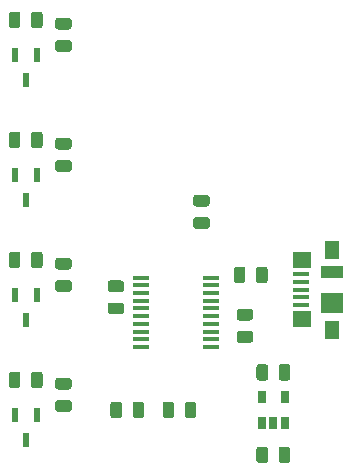
<source format=gbr>
G04 #@! TF.GenerationSoftware,KiCad,Pcbnew,(5.1.5)-3*
G04 #@! TF.CreationDate,2020-01-15T00:30:51-05:00*
G04 #@! TF.ProjectId,STM32 Klipper Expander,53544d33-3220-44b6-9c69-707065722045,rev?*
G04 #@! TF.SameCoordinates,Original*
G04 #@! TF.FileFunction,Paste,Top*
G04 #@! TF.FilePolarity,Positive*
%FSLAX46Y46*%
G04 Gerber Fmt 4.6, Leading zero omitted, Abs format (unit mm)*
G04 Created by KiCad (PCBNEW (5.1.5)-3) date 2020-01-15 00:30:51*
%MOMM*%
%LPD*%
G04 APERTURE LIST*
%ADD10C,0.100000*%
%ADD11R,0.600000X1.300000*%
%ADD12R,0.650000X1.060000*%
%ADD13R,1.450000X0.450000*%
%ADD14R,1.900000X1.000000*%
%ADD15R,1.900000X1.800000*%
%ADD16R,1.300000X1.650000*%
%ADD17R,1.550000X1.425000*%
%ADD18R,1.380000X0.450000*%
G04 APERTURE END LIST*
D10*
G36*
X120165142Y-80796174D02*
G01*
X120188803Y-80799684D01*
X120212007Y-80805496D01*
X120234529Y-80813554D01*
X120256153Y-80823782D01*
X120276670Y-80836079D01*
X120295883Y-80850329D01*
X120313607Y-80866393D01*
X120329671Y-80884117D01*
X120343921Y-80903330D01*
X120356218Y-80923847D01*
X120366446Y-80945471D01*
X120374504Y-80967993D01*
X120380316Y-80991197D01*
X120383826Y-81014858D01*
X120385000Y-81038750D01*
X120385000Y-81526250D01*
X120383826Y-81550142D01*
X120380316Y-81573803D01*
X120374504Y-81597007D01*
X120366446Y-81619529D01*
X120356218Y-81641153D01*
X120343921Y-81661670D01*
X120329671Y-81680883D01*
X120313607Y-81698607D01*
X120295883Y-81714671D01*
X120276670Y-81728921D01*
X120256153Y-81741218D01*
X120234529Y-81751446D01*
X120212007Y-81759504D01*
X120188803Y-81765316D01*
X120165142Y-81768826D01*
X120141250Y-81770000D01*
X119228750Y-81770000D01*
X119204858Y-81768826D01*
X119181197Y-81765316D01*
X119157993Y-81759504D01*
X119135471Y-81751446D01*
X119113847Y-81741218D01*
X119093330Y-81728921D01*
X119074117Y-81714671D01*
X119056393Y-81698607D01*
X119040329Y-81680883D01*
X119026079Y-81661670D01*
X119013782Y-81641153D01*
X119003554Y-81619529D01*
X118995496Y-81597007D01*
X118989684Y-81573803D01*
X118986174Y-81550142D01*
X118985000Y-81526250D01*
X118985000Y-81038750D01*
X118986174Y-81014858D01*
X118989684Y-80991197D01*
X118995496Y-80967993D01*
X119003554Y-80945471D01*
X119013782Y-80923847D01*
X119026079Y-80903330D01*
X119040329Y-80884117D01*
X119056393Y-80866393D01*
X119074117Y-80850329D01*
X119093330Y-80836079D01*
X119113847Y-80823782D01*
X119135471Y-80813554D01*
X119157993Y-80805496D01*
X119181197Y-80799684D01*
X119204858Y-80796174D01*
X119228750Y-80795000D01*
X120141250Y-80795000D01*
X120165142Y-80796174D01*
G37*
G36*
X120165142Y-82671174D02*
G01*
X120188803Y-82674684D01*
X120212007Y-82680496D01*
X120234529Y-82688554D01*
X120256153Y-82698782D01*
X120276670Y-82711079D01*
X120295883Y-82725329D01*
X120313607Y-82741393D01*
X120329671Y-82759117D01*
X120343921Y-82778330D01*
X120356218Y-82798847D01*
X120366446Y-82820471D01*
X120374504Y-82842993D01*
X120380316Y-82866197D01*
X120383826Y-82889858D01*
X120385000Y-82913750D01*
X120385000Y-83401250D01*
X120383826Y-83425142D01*
X120380316Y-83448803D01*
X120374504Y-83472007D01*
X120366446Y-83494529D01*
X120356218Y-83516153D01*
X120343921Y-83536670D01*
X120329671Y-83555883D01*
X120313607Y-83573607D01*
X120295883Y-83589671D01*
X120276670Y-83603921D01*
X120256153Y-83616218D01*
X120234529Y-83626446D01*
X120212007Y-83634504D01*
X120188803Y-83640316D01*
X120165142Y-83643826D01*
X120141250Y-83645000D01*
X119228750Y-83645000D01*
X119204858Y-83643826D01*
X119181197Y-83640316D01*
X119157993Y-83634504D01*
X119135471Y-83626446D01*
X119113847Y-83616218D01*
X119093330Y-83603921D01*
X119074117Y-83589671D01*
X119056393Y-83573607D01*
X119040329Y-83555883D01*
X119026079Y-83536670D01*
X119013782Y-83516153D01*
X119003554Y-83494529D01*
X118995496Y-83472007D01*
X118989684Y-83448803D01*
X118986174Y-83425142D01*
X118985000Y-83401250D01*
X118985000Y-82913750D01*
X118986174Y-82889858D01*
X118989684Y-82866197D01*
X118995496Y-82842993D01*
X119003554Y-82820471D01*
X119013782Y-82798847D01*
X119026079Y-82778330D01*
X119040329Y-82759117D01*
X119056393Y-82741393D01*
X119074117Y-82725329D01*
X119093330Y-82711079D01*
X119113847Y-82698782D01*
X119135471Y-82688554D01*
X119157993Y-82680496D01*
X119181197Y-82674684D01*
X119204858Y-82671174D01*
X119228750Y-82670000D01*
X120141250Y-82670000D01*
X120165142Y-82671174D01*
G37*
G36*
X120165142Y-90956174D02*
G01*
X120188803Y-90959684D01*
X120212007Y-90965496D01*
X120234529Y-90973554D01*
X120256153Y-90983782D01*
X120276670Y-90996079D01*
X120295883Y-91010329D01*
X120313607Y-91026393D01*
X120329671Y-91044117D01*
X120343921Y-91063330D01*
X120356218Y-91083847D01*
X120366446Y-91105471D01*
X120374504Y-91127993D01*
X120380316Y-91151197D01*
X120383826Y-91174858D01*
X120385000Y-91198750D01*
X120385000Y-91686250D01*
X120383826Y-91710142D01*
X120380316Y-91733803D01*
X120374504Y-91757007D01*
X120366446Y-91779529D01*
X120356218Y-91801153D01*
X120343921Y-91821670D01*
X120329671Y-91840883D01*
X120313607Y-91858607D01*
X120295883Y-91874671D01*
X120276670Y-91888921D01*
X120256153Y-91901218D01*
X120234529Y-91911446D01*
X120212007Y-91919504D01*
X120188803Y-91925316D01*
X120165142Y-91928826D01*
X120141250Y-91930000D01*
X119228750Y-91930000D01*
X119204858Y-91928826D01*
X119181197Y-91925316D01*
X119157993Y-91919504D01*
X119135471Y-91911446D01*
X119113847Y-91901218D01*
X119093330Y-91888921D01*
X119074117Y-91874671D01*
X119056393Y-91858607D01*
X119040329Y-91840883D01*
X119026079Y-91821670D01*
X119013782Y-91801153D01*
X119003554Y-91779529D01*
X118995496Y-91757007D01*
X118989684Y-91733803D01*
X118986174Y-91710142D01*
X118985000Y-91686250D01*
X118985000Y-91198750D01*
X118986174Y-91174858D01*
X118989684Y-91151197D01*
X118995496Y-91127993D01*
X119003554Y-91105471D01*
X119013782Y-91083847D01*
X119026079Y-91063330D01*
X119040329Y-91044117D01*
X119056393Y-91026393D01*
X119074117Y-91010329D01*
X119093330Y-90996079D01*
X119113847Y-90983782D01*
X119135471Y-90973554D01*
X119157993Y-90965496D01*
X119181197Y-90959684D01*
X119204858Y-90956174D01*
X119228750Y-90955000D01*
X120141250Y-90955000D01*
X120165142Y-90956174D01*
G37*
G36*
X120165142Y-92831174D02*
G01*
X120188803Y-92834684D01*
X120212007Y-92840496D01*
X120234529Y-92848554D01*
X120256153Y-92858782D01*
X120276670Y-92871079D01*
X120295883Y-92885329D01*
X120313607Y-92901393D01*
X120329671Y-92919117D01*
X120343921Y-92938330D01*
X120356218Y-92958847D01*
X120366446Y-92980471D01*
X120374504Y-93002993D01*
X120380316Y-93026197D01*
X120383826Y-93049858D01*
X120385000Y-93073750D01*
X120385000Y-93561250D01*
X120383826Y-93585142D01*
X120380316Y-93608803D01*
X120374504Y-93632007D01*
X120366446Y-93654529D01*
X120356218Y-93676153D01*
X120343921Y-93696670D01*
X120329671Y-93715883D01*
X120313607Y-93733607D01*
X120295883Y-93749671D01*
X120276670Y-93763921D01*
X120256153Y-93776218D01*
X120234529Y-93786446D01*
X120212007Y-93794504D01*
X120188803Y-93800316D01*
X120165142Y-93803826D01*
X120141250Y-93805000D01*
X119228750Y-93805000D01*
X119204858Y-93803826D01*
X119181197Y-93800316D01*
X119157993Y-93794504D01*
X119135471Y-93786446D01*
X119113847Y-93776218D01*
X119093330Y-93763921D01*
X119074117Y-93749671D01*
X119056393Y-93733607D01*
X119040329Y-93715883D01*
X119026079Y-93696670D01*
X119013782Y-93676153D01*
X119003554Y-93654529D01*
X118995496Y-93632007D01*
X118989684Y-93608803D01*
X118986174Y-93585142D01*
X118985000Y-93561250D01*
X118985000Y-93073750D01*
X118986174Y-93049858D01*
X118989684Y-93026197D01*
X118995496Y-93002993D01*
X119003554Y-92980471D01*
X119013782Y-92958847D01*
X119026079Y-92938330D01*
X119040329Y-92919117D01*
X119056393Y-92901393D01*
X119074117Y-92885329D01*
X119093330Y-92871079D01*
X119113847Y-92858782D01*
X119135471Y-92848554D01*
X119157993Y-92840496D01*
X119181197Y-92834684D01*
X119204858Y-92831174D01*
X119228750Y-92830000D01*
X120141250Y-92830000D01*
X120165142Y-92831174D01*
G37*
G36*
X120165142Y-70636174D02*
G01*
X120188803Y-70639684D01*
X120212007Y-70645496D01*
X120234529Y-70653554D01*
X120256153Y-70663782D01*
X120276670Y-70676079D01*
X120295883Y-70690329D01*
X120313607Y-70706393D01*
X120329671Y-70724117D01*
X120343921Y-70743330D01*
X120356218Y-70763847D01*
X120366446Y-70785471D01*
X120374504Y-70807993D01*
X120380316Y-70831197D01*
X120383826Y-70854858D01*
X120385000Y-70878750D01*
X120385000Y-71366250D01*
X120383826Y-71390142D01*
X120380316Y-71413803D01*
X120374504Y-71437007D01*
X120366446Y-71459529D01*
X120356218Y-71481153D01*
X120343921Y-71501670D01*
X120329671Y-71520883D01*
X120313607Y-71538607D01*
X120295883Y-71554671D01*
X120276670Y-71568921D01*
X120256153Y-71581218D01*
X120234529Y-71591446D01*
X120212007Y-71599504D01*
X120188803Y-71605316D01*
X120165142Y-71608826D01*
X120141250Y-71610000D01*
X119228750Y-71610000D01*
X119204858Y-71608826D01*
X119181197Y-71605316D01*
X119157993Y-71599504D01*
X119135471Y-71591446D01*
X119113847Y-71581218D01*
X119093330Y-71568921D01*
X119074117Y-71554671D01*
X119056393Y-71538607D01*
X119040329Y-71520883D01*
X119026079Y-71501670D01*
X119013782Y-71481153D01*
X119003554Y-71459529D01*
X118995496Y-71437007D01*
X118989684Y-71413803D01*
X118986174Y-71390142D01*
X118985000Y-71366250D01*
X118985000Y-70878750D01*
X118986174Y-70854858D01*
X118989684Y-70831197D01*
X118995496Y-70807993D01*
X119003554Y-70785471D01*
X119013782Y-70763847D01*
X119026079Y-70743330D01*
X119040329Y-70724117D01*
X119056393Y-70706393D01*
X119074117Y-70690329D01*
X119093330Y-70676079D01*
X119113847Y-70663782D01*
X119135471Y-70653554D01*
X119157993Y-70645496D01*
X119181197Y-70639684D01*
X119204858Y-70636174D01*
X119228750Y-70635000D01*
X120141250Y-70635000D01*
X120165142Y-70636174D01*
G37*
G36*
X120165142Y-72511174D02*
G01*
X120188803Y-72514684D01*
X120212007Y-72520496D01*
X120234529Y-72528554D01*
X120256153Y-72538782D01*
X120276670Y-72551079D01*
X120295883Y-72565329D01*
X120313607Y-72581393D01*
X120329671Y-72599117D01*
X120343921Y-72618330D01*
X120356218Y-72638847D01*
X120366446Y-72660471D01*
X120374504Y-72682993D01*
X120380316Y-72706197D01*
X120383826Y-72729858D01*
X120385000Y-72753750D01*
X120385000Y-73241250D01*
X120383826Y-73265142D01*
X120380316Y-73288803D01*
X120374504Y-73312007D01*
X120366446Y-73334529D01*
X120356218Y-73356153D01*
X120343921Y-73376670D01*
X120329671Y-73395883D01*
X120313607Y-73413607D01*
X120295883Y-73429671D01*
X120276670Y-73443921D01*
X120256153Y-73456218D01*
X120234529Y-73466446D01*
X120212007Y-73474504D01*
X120188803Y-73480316D01*
X120165142Y-73483826D01*
X120141250Y-73485000D01*
X119228750Y-73485000D01*
X119204858Y-73483826D01*
X119181197Y-73480316D01*
X119157993Y-73474504D01*
X119135471Y-73466446D01*
X119113847Y-73456218D01*
X119093330Y-73443921D01*
X119074117Y-73429671D01*
X119056393Y-73413607D01*
X119040329Y-73395883D01*
X119026079Y-73376670D01*
X119013782Y-73356153D01*
X119003554Y-73334529D01*
X118995496Y-73312007D01*
X118989684Y-73288803D01*
X118986174Y-73265142D01*
X118985000Y-73241250D01*
X118985000Y-72753750D01*
X118986174Y-72729858D01*
X118989684Y-72706197D01*
X118995496Y-72682993D01*
X119003554Y-72660471D01*
X119013782Y-72638847D01*
X119026079Y-72618330D01*
X119040329Y-72599117D01*
X119056393Y-72581393D01*
X119074117Y-72565329D01*
X119093330Y-72551079D01*
X119113847Y-72538782D01*
X119135471Y-72528554D01*
X119157993Y-72520496D01*
X119181197Y-72514684D01*
X119204858Y-72511174D01*
X119228750Y-72510000D01*
X120141250Y-72510000D01*
X120165142Y-72511174D01*
G37*
G36*
X120165142Y-62351174D02*
G01*
X120188803Y-62354684D01*
X120212007Y-62360496D01*
X120234529Y-62368554D01*
X120256153Y-62378782D01*
X120276670Y-62391079D01*
X120295883Y-62405329D01*
X120313607Y-62421393D01*
X120329671Y-62439117D01*
X120343921Y-62458330D01*
X120356218Y-62478847D01*
X120366446Y-62500471D01*
X120374504Y-62522993D01*
X120380316Y-62546197D01*
X120383826Y-62569858D01*
X120385000Y-62593750D01*
X120385000Y-63081250D01*
X120383826Y-63105142D01*
X120380316Y-63128803D01*
X120374504Y-63152007D01*
X120366446Y-63174529D01*
X120356218Y-63196153D01*
X120343921Y-63216670D01*
X120329671Y-63235883D01*
X120313607Y-63253607D01*
X120295883Y-63269671D01*
X120276670Y-63283921D01*
X120256153Y-63296218D01*
X120234529Y-63306446D01*
X120212007Y-63314504D01*
X120188803Y-63320316D01*
X120165142Y-63323826D01*
X120141250Y-63325000D01*
X119228750Y-63325000D01*
X119204858Y-63323826D01*
X119181197Y-63320316D01*
X119157993Y-63314504D01*
X119135471Y-63306446D01*
X119113847Y-63296218D01*
X119093330Y-63283921D01*
X119074117Y-63269671D01*
X119056393Y-63253607D01*
X119040329Y-63235883D01*
X119026079Y-63216670D01*
X119013782Y-63196153D01*
X119003554Y-63174529D01*
X118995496Y-63152007D01*
X118989684Y-63128803D01*
X118986174Y-63105142D01*
X118985000Y-63081250D01*
X118985000Y-62593750D01*
X118986174Y-62569858D01*
X118989684Y-62546197D01*
X118995496Y-62522993D01*
X119003554Y-62500471D01*
X119013782Y-62478847D01*
X119026079Y-62458330D01*
X119040329Y-62439117D01*
X119056393Y-62421393D01*
X119074117Y-62405329D01*
X119093330Y-62391079D01*
X119113847Y-62378782D01*
X119135471Y-62368554D01*
X119157993Y-62360496D01*
X119181197Y-62354684D01*
X119204858Y-62351174D01*
X119228750Y-62350000D01*
X120141250Y-62350000D01*
X120165142Y-62351174D01*
G37*
G36*
X120165142Y-60476174D02*
G01*
X120188803Y-60479684D01*
X120212007Y-60485496D01*
X120234529Y-60493554D01*
X120256153Y-60503782D01*
X120276670Y-60516079D01*
X120295883Y-60530329D01*
X120313607Y-60546393D01*
X120329671Y-60564117D01*
X120343921Y-60583330D01*
X120356218Y-60603847D01*
X120366446Y-60625471D01*
X120374504Y-60647993D01*
X120380316Y-60671197D01*
X120383826Y-60694858D01*
X120385000Y-60718750D01*
X120385000Y-61206250D01*
X120383826Y-61230142D01*
X120380316Y-61253803D01*
X120374504Y-61277007D01*
X120366446Y-61299529D01*
X120356218Y-61321153D01*
X120343921Y-61341670D01*
X120329671Y-61360883D01*
X120313607Y-61378607D01*
X120295883Y-61394671D01*
X120276670Y-61408921D01*
X120256153Y-61421218D01*
X120234529Y-61431446D01*
X120212007Y-61439504D01*
X120188803Y-61445316D01*
X120165142Y-61448826D01*
X120141250Y-61450000D01*
X119228750Y-61450000D01*
X119204858Y-61448826D01*
X119181197Y-61445316D01*
X119157993Y-61439504D01*
X119135471Y-61431446D01*
X119113847Y-61421218D01*
X119093330Y-61408921D01*
X119074117Y-61394671D01*
X119056393Y-61378607D01*
X119040329Y-61360883D01*
X119026079Y-61341670D01*
X119013782Y-61321153D01*
X119003554Y-61299529D01*
X118995496Y-61277007D01*
X118989684Y-61253803D01*
X118986174Y-61230142D01*
X118985000Y-61206250D01*
X118985000Y-60718750D01*
X118986174Y-60694858D01*
X118989684Y-60671197D01*
X118995496Y-60647993D01*
X119003554Y-60625471D01*
X119013782Y-60603847D01*
X119026079Y-60583330D01*
X119040329Y-60564117D01*
X119056393Y-60546393D01*
X119074117Y-60530329D01*
X119093330Y-60516079D01*
X119113847Y-60503782D01*
X119135471Y-60493554D01*
X119157993Y-60485496D01*
X119181197Y-60479684D01*
X119204858Y-60476174D01*
X119228750Y-60475000D01*
X120141250Y-60475000D01*
X120165142Y-60476174D01*
G37*
G36*
X130717642Y-92951174D02*
G01*
X130741303Y-92954684D01*
X130764507Y-92960496D01*
X130787029Y-92968554D01*
X130808653Y-92978782D01*
X130829170Y-92991079D01*
X130848383Y-93005329D01*
X130866107Y-93021393D01*
X130882171Y-93039117D01*
X130896421Y-93058330D01*
X130908718Y-93078847D01*
X130918946Y-93100471D01*
X130927004Y-93122993D01*
X130932816Y-93146197D01*
X130936326Y-93169858D01*
X130937500Y-93193750D01*
X130937500Y-94106250D01*
X130936326Y-94130142D01*
X130932816Y-94153803D01*
X130927004Y-94177007D01*
X130918946Y-94199529D01*
X130908718Y-94221153D01*
X130896421Y-94241670D01*
X130882171Y-94260883D01*
X130866107Y-94278607D01*
X130848383Y-94294671D01*
X130829170Y-94308921D01*
X130808653Y-94321218D01*
X130787029Y-94331446D01*
X130764507Y-94339504D01*
X130741303Y-94345316D01*
X130717642Y-94348826D01*
X130693750Y-94350000D01*
X130206250Y-94350000D01*
X130182358Y-94348826D01*
X130158697Y-94345316D01*
X130135493Y-94339504D01*
X130112971Y-94331446D01*
X130091347Y-94321218D01*
X130070830Y-94308921D01*
X130051617Y-94294671D01*
X130033893Y-94278607D01*
X130017829Y-94260883D01*
X130003579Y-94241670D01*
X129991282Y-94221153D01*
X129981054Y-94199529D01*
X129972996Y-94177007D01*
X129967184Y-94153803D01*
X129963674Y-94130142D01*
X129962500Y-94106250D01*
X129962500Y-93193750D01*
X129963674Y-93169858D01*
X129967184Y-93146197D01*
X129972996Y-93122993D01*
X129981054Y-93100471D01*
X129991282Y-93078847D01*
X130003579Y-93058330D01*
X130017829Y-93039117D01*
X130033893Y-93021393D01*
X130051617Y-93005329D01*
X130070830Y-92991079D01*
X130091347Y-92978782D01*
X130112971Y-92968554D01*
X130135493Y-92960496D01*
X130158697Y-92954684D01*
X130182358Y-92951174D01*
X130206250Y-92950000D01*
X130693750Y-92950000D01*
X130717642Y-92951174D01*
G37*
G36*
X128842642Y-92951174D02*
G01*
X128866303Y-92954684D01*
X128889507Y-92960496D01*
X128912029Y-92968554D01*
X128933653Y-92978782D01*
X128954170Y-92991079D01*
X128973383Y-93005329D01*
X128991107Y-93021393D01*
X129007171Y-93039117D01*
X129021421Y-93058330D01*
X129033718Y-93078847D01*
X129043946Y-93100471D01*
X129052004Y-93122993D01*
X129057816Y-93146197D01*
X129061326Y-93169858D01*
X129062500Y-93193750D01*
X129062500Y-94106250D01*
X129061326Y-94130142D01*
X129057816Y-94153803D01*
X129052004Y-94177007D01*
X129043946Y-94199529D01*
X129033718Y-94221153D01*
X129021421Y-94241670D01*
X129007171Y-94260883D01*
X128991107Y-94278607D01*
X128973383Y-94294671D01*
X128954170Y-94308921D01*
X128933653Y-94321218D01*
X128912029Y-94331446D01*
X128889507Y-94339504D01*
X128866303Y-94345316D01*
X128842642Y-94348826D01*
X128818750Y-94350000D01*
X128331250Y-94350000D01*
X128307358Y-94348826D01*
X128283697Y-94345316D01*
X128260493Y-94339504D01*
X128237971Y-94331446D01*
X128216347Y-94321218D01*
X128195830Y-94308921D01*
X128176617Y-94294671D01*
X128158893Y-94278607D01*
X128142829Y-94260883D01*
X128128579Y-94241670D01*
X128116282Y-94221153D01*
X128106054Y-94199529D01*
X128097996Y-94177007D01*
X128092184Y-94153803D01*
X128088674Y-94130142D01*
X128087500Y-94106250D01*
X128087500Y-93193750D01*
X128088674Y-93169858D01*
X128092184Y-93146197D01*
X128097996Y-93122993D01*
X128106054Y-93100471D01*
X128116282Y-93078847D01*
X128128579Y-93058330D01*
X128142829Y-93039117D01*
X128158893Y-93021393D01*
X128176617Y-93005329D01*
X128195830Y-92991079D01*
X128216347Y-92978782D01*
X128237971Y-92968554D01*
X128260493Y-92960496D01*
X128283697Y-92954684D01*
X128307358Y-92951174D01*
X128331250Y-92950000D01*
X128818750Y-92950000D01*
X128842642Y-92951174D01*
G37*
G36*
X124427642Y-92951174D02*
G01*
X124451303Y-92954684D01*
X124474507Y-92960496D01*
X124497029Y-92968554D01*
X124518653Y-92978782D01*
X124539170Y-92991079D01*
X124558383Y-93005329D01*
X124576107Y-93021393D01*
X124592171Y-93039117D01*
X124606421Y-93058330D01*
X124618718Y-93078847D01*
X124628946Y-93100471D01*
X124637004Y-93122993D01*
X124642816Y-93146197D01*
X124646326Y-93169858D01*
X124647500Y-93193750D01*
X124647500Y-94106250D01*
X124646326Y-94130142D01*
X124642816Y-94153803D01*
X124637004Y-94177007D01*
X124628946Y-94199529D01*
X124618718Y-94221153D01*
X124606421Y-94241670D01*
X124592171Y-94260883D01*
X124576107Y-94278607D01*
X124558383Y-94294671D01*
X124539170Y-94308921D01*
X124518653Y-94321218D01*
X124497029Y-94331446D01*
X124474507Y-94339504D01*
X124451303Y-94345316D01*
X124427642Y-94348826D01*
X124403750Y-94350000D01*
X123916250Y-94350000D01*
X123892358Y-94348826D01*
X123868697Y-94345316D01*
X123845493Y-94339504D01*
X123822971Y-94331446D01*
X123801347Y-94321218D01*
X123780830Y-94308921D01*
X123761617Y-94294671D01*
X123743893Y-94278607D01*
X123727829Y-94260883D01*
X123713579Y-94241670D01*
X123701282Y-94221153D01*
X123691054Y-94199529D01*
X123682996Y-94177007D01*
X123677184Y-94153803D01*
X123673674Y-94130142D01*
X123672500Y-94106250D01*
X123672500Y-93193750D01*
X123673674Y-93169858D01*
X123677184Y-93146197D01*
X123682996Y-93122993D01*
X123691054Y-93100471D01*
X123701282Y-93078847D01*
X123713579Y-93058330D01*
X123727829Y-93039117D01*
X123743893Y-93021393D01*
X123761617Y-93005329D01*
X123780830Y-92991079D01*
X123801347Y-92978782D01*
X123822971Y-92968554D01*
X123845493Y-92960496D01*
X123868697Y-92954684D01*
X123892358Y-92951174D01*
X123916250Y-92950000D01*
X124403750Y-92950000D01*
X124427642Y-92951174D01*
G37*
G36*
X126302642Y-92951174D02*
G01*
X126326303Y-92954684D01*
X126349507Y-92960496D01*
X126372029Y-92968554D01*
X126393653Y-92978782D01*
X126414170Y-92991079D01*
X126433383Y-93005329D01*
X126451107Y-93021393D01*
X126467171Y-93039117D01*
X126481421Y-93058330D01*
X126493718Y-93078847D01*
X126503946Y-93100471D01*
X126512004Y-93122993D01*
X126517816Y-93146197D01*
X126521326Y-93169858D01*
X126522500Y-93193750D01*
X126522500Y-94106250D01*
X126521326Y-94130142D01*
X126517816Y-94153803D01*
X126512004Y-94177007D01*
X126503946Y-94199529D01*
X126493718Y-94221153D01*
X126481421Y-94241670D01*
X126467171Y-94260883D01*
X126451107Y-94278607D01*
X126433383Y-94294671D01*
X126414170Y-94308921D01*
X126393653Y-94321218D01*
X126372029Y-94331446D01*
X126349507Y-94339504D01*
X126326303Y-94345316D01*
X126302642Y-94348826D01*
X126278750Y-94350000D01*
X125791250Y-94350000D01*
X125767358Y-94348826D01*
X125743697Y-94345316D01*
X125720493Y-94339504D01*
X125697971Y-94331446D01*
X125676347Y-94321218D01*
X125655830Y-94308921D01*
X125636617Y-94294671D01*
X125618893Y-94278607D01*
X125602829Y-94260883D01*
X125588579Y-94241670D01*
X125576282Y-94221153D01*
X125566054Y-94199529D01*
X125557996Y-94177007D01*
X125552184Y-94153803D01*
X125548674Y-94130142D01*
X125547500Y-94106250D01*
X125547500Y-93193750D01*
X125548674Y-93169858D01*
X125552184Y-93146197D01*
X125557996Y-93122993D01*
X125566054Y-93100471D01*
X125576282Y-93078847D01*
X125588579Y-93058330D01*
X125602829Y-93039117D01*
X125618893Y-93021393D01*
X125636617Y-93005329D01*
X125655830Y-92991079D01*
X125676347Y-92978782D01*
X125697971Y-92968554D01*
X125720493Y-92960496D01*
X125743697Y-92954684D01*
X125767358Y-92951174D01*
X125791250Y-92950000D01*
X126278750Y-92950000D01*
X126302642Y-92951174D01*
G37*
G36*
X115840142Y-90411174D02*
G01*
X115863803Y-90414684D01*
X115887007Y-90420496D01*
X115909529Y-90428554D01*
X115931153Y-90438782D01*
X115951670Y-90451079D01*
X115970883Y-90465329D01*
X115988607Y-90481393D01*
X116004671Y-90499117D01*
X116018921Y-90518330D01*
X116031218Y-90538847D01*
X116041446Y-90560471D01*
X116049504Y-90582993D01*
X116055316Y-90606197D01*
X116058826Y-90629858D01*
X116060000Y-90653750D01*
X116060000Y-91566250D01*
X116058826Y-91590142D01*
X116055316Y-91613803D01*
X116049504Y-91637007D01*
X116041446Y-91659529D01*
X116031218Y-91681153D01*
X116018921Y-91701670D01*
X116004671Y-91720883D01*
X115988607Y-91738607D01*
X115970883Y-91754671D01*
X115951670Y-91768921D01*
X115931153Y-91781218D01*
X115909529Y-91791446D01*
X115887007Y-91799504D01*
X115863803Y-91805316D01*
X115840142Y-91808826D01*
X115816250Y-91810000D01*
X115328750Y-91810000D01*
X115304858Y-91808826D01*
X115281197Y-91805316D01*
X115257993Y-91799504D01*
X115235471Y-91791446D01*
X115213847Y-91781218D01*
X115193330Y-91768921D01*
X115174117Y-91754671D01*
X115156393Y-91738607D01*
X115140329Y-91720883D01*
X115126079Y-91701670D01*
X115113782Y-91681153D01*
X115103554Y-91659529D01*
X115095496Y-91637007D01*
X115089684Y-91613803D01*
X115086174Y-91590142D01*
X115085000Y-91566250D01*
X115085000Y-90653750D01*
X115086174Y-90629858D01*
X115089684Y-90606197D01*
X115095496Y-90582993D01*
X115103554Y-90560471D01*
X115113782Y-90538847D01*
X115126079Y-90518330D01*
X115140329Y-90499117D01*
X115156393Y-90481393D01*
X115174117Y-90465329D01*
X115193330Y-90451079D01*
X115213847Y-90438782D01*
X115235471Y-90428554D01*
X115257993Y-90420496D01*
X115281197Y-90414684D01*
X115304858Y-90411174D01*
X115328750Y-90410000D01*
X115816250Y-90410000D01*
X115840142Y-90411174D01*
G37*
G36*
X117715142Y-90411174D02*
G01*
X117738803Y-90414684D01*
X117762007Y-90420496D01*
X117784529Y-90428554D01*
X117806153Y-90438782D01*
X117826670Y-90451079D01*
X117845883Y-90465329D01*
X117863607Y-90481393D01*
X117879671Y-90499117D01*
X117893921Y-90518330D01*
X117906218Y-90538847D01*
X117916446Y-90560471D01*
X117924504Y-90582993D01*
X117930316Y-90606197D01*
X117933826Y-90629858D01*
X117935000Y-90653750D01*
X117935000Y-91566250D01*
X117933826Y-91590142D01*
X117930316Y-91613803D01*
X117924504Y-91637007D01*
X117916446Y-91659529D01*
X117906218Y-91681153D01*
X117893921Y-91701670D01*
X117879671Y-91720883D01*
X117863607Y-91738607D01*
X117845883Y-91754671D01*
X117826670Y-91768921D01*
X117806153Y-91781218D01*
X117784529Y-91791446D01*
X117762007Y-91799504D01*
X117738803Y-91805316D01*
X117715142Y-91808826D01*
X117691250Y-91810000D01*
X117203750Y-91810000D01*
X117179858Y-91808826D01*
X117156197Y-91805316D01*
X117132993Y-91799504D01*
X117110471Y-91791446D01*
X117088847Y-91781218D01*
X117068330Y-91768921D01*
X117049117Y-91754671D01*
X117031393Y-91738607D01*
X117015329Y-91720883D01*
X117001079Y-91701670D01*
X116988782Y-91681153D01*
X116978554Y-91659529D01*
X116970496Y-91637007D01*
X116964684Y-91613803D01*
X116961174Y-91590142D01*
X116960000Y-91566250D01*
X116960000Y-90653750D01*
X116961174Y-90629858D01*
X116964684Y-90606197D01*
X116970496Y-90582993D01*
X116978554Y-90560471D01*
X116988782Y-90538847D01*
X117001079Y-90518330D01*
X117015329Y-90499117D01*
X117031393Y-90481393D01*
X117049117Y-90465329D01*
X117068330Y-90451079D01*
X117088847Y-90438782D01*
X117110471Y-90428554D01*
X117132993Y-90420496D01*
X117156197Y-90414684D01*
X117179858Y-90411174D01*
X117203750Y-90410000D01*
X117691250Y-90410000D01*
X117715142Y-90411174D01*
G37*
D11*
X116510000Y-96190000D03*
X115560000Y-94090000D03*
X117460000Y-94090000D03*
D10*
G36*
X115840142Y-80251174D02*
G01*
X115863803Y-80254684D01*
X115887007Y-80260496D01*
X115909529Y-80268554D01*
X115931153Y-80278782D01*
X115951670Y-80291079D01*
X115970883Y-80305329D01*
X115988607Y-80321393D01*
X116004671Y-80339117D01*
X116018921Y-80358330D01*
X116031218Y-80378847D01*
X116041446Y-80400471D01*
X116049504Y-80422993D01*
X116055316Y-80446197D01*
X116058826Y-80469858D01*
X116060000Y-80493750D01*
X116060000Y-81406250D01*
X116058826Y-81430142D01*
X116055316Y-81453803D01*
X116049504Y-81477007D01*
X116041446Y-81499529D01*
X116031218Y-81521153D01*
X116018921Y-81541670D01*
X116004671Y-81560883D01*
X115988607Y-81578607D01*
X115970883Y-81594671D01*
X115951670Y-81608921D01*
X115931153Y-81621218D01*
X115909529Y-81631446D01*
X115887007Y-81639504D01*
X115863803Y-81645316D01*
X115840142Y-81648826D01*
X115816250Y-81650000D01*
X115328750Y-81650000D01*
X115304858Y-81648826D01*
X115281197Y-81645316D01*
X115257993Y-81639504D01*
X115235471Y-81631446D01*
X115213847Y-81621218D01*
X115193330Y-81608921D01*
X115174117Y-81594671D01*
X115156393Y-81578607D01*
X115140329Y-81560883D01*
X115126079Y-81541670D01*
X115113782Y-81521153D01*
X115103554Y-81499529D01*
X115095496Y-81477007D01*
X115089684Y-81453803D01*
X115086174Y-81430142D01*
X115085000Y-81406250D01*
X115085000Y-80493750D01*
X115086174Y-80469858D01*
X115089684Y-80446197D01*
X115095496Y-80422993D01*
X115103554Y-80400471D01*
X115113782Y-80378847D01*
X115126079Y-80358330D01*
X115140329Y-80339117D01*
X115156393Y-80321393D01*
X115174117Y-80305329D01*
X115193330Y-80291079D01*
X115213847Y-80278782D01*
X115235471Y-80268554D01*
X115257993Y-80260496D01*
X115281197Y-80254684D01*
X115304858Y-80251174D01*
X115328750Y-80250000D01*
X115816250Y-80250000D01*
X115840142Y-80251174D01*
G37*
G36*
X117715142Y-80251174D02*
G01*
X117738803Y-80254684D01*
X117762007Y-80260496D01*
X117784529Y-80268554D01*
X117806153Y-80278782D01*
X117826670Y-80291079D01*
X117845883Y-80305329D01*
X117863607Y-80321393D01*
X117879671Y-80339117D01*
X117893921Y-80358330D01*
X117906218Y-80378847D01*
X117916446Y-80400471D01*
X117924504Y-80422993D01*
X117930316Y-80446197D01*
X117933826Y-80469858D01*
X117935000Y-80493750D01*
X117935000Y-81406250D01*
X117933826Y-81430142D01*
X117930316Y-81453803D01*
X117924504Y-81477007D01*
X117916446Y-81499529D01*
X117906218Y-81521153D01*
X117893921Y-81541670D01*
X117879671Y-81560883D01*
X117863607Y-81578607D01*
X117845883Y-81594671D01*
X117826670Y-81608921D01*
X117806153Y-81621218D01*
X117784529Y-81631446D01*
X117762007Y-81639504D01*
X117738803Y-81645316D01*
X117715142Y-81648826D01*
X117691250Y-81650000D01*
X117203750Y-81650000D01*
X117179858Y-81648826D01*
X117156197Y-81645316D01*
X117132993Y-81639504D01*
X117110471Y-81631446D01*
X117088847Y-81621218D01*
X117068330Y-81608921D01*
X117049117Y-81594671D01*
X117031393Y-81578607D01*
X117015329Y-81560883D01*
X117001079Y-81541670D01*
X116988782Y-81521153D01*
X116978554Y-81499529D01*
X116970496Y-81477007D01*
X116964684Y-81453803D01*
X116961174Y-81430142D01*
X116960000Y-81406250D01*
X116960000Y-80493750D01*
X116961174Y-80469858D01*
X116964684Y-80446197D01*
X116970496Y-80422993D01*
X116978554Y-80400471D01*
X116988782Y-80378847D01*
X117001079Y-80358330D01*
X117015329Y-80339117D01*
X117031393Y-80321393D01*
X117049117Y-80305329D01*
X117068330Y-80291079D01*
X117088847Y-80278782D01*
X117110471Y-80268554D01*
X117132993Y-80260496D01*
X117156197Y-80254684D01*
X117179858Y-80251174D01*
X117203750Y-80250000D01*
X117691250Y-80250000D01*
X117715142Y-80251174D01*
G37*
D11*
X116510000Y-86030000D03*
X115560000Y-83930000D03*
X117460000Y-83930000D03*
D10*
G36*
X115840142Y-70091174D02*
G01*
X115863803Y-70094684D01*
X115887007Y-70100496D01*
X115909529Y-70108554D01*
X115931153Y-70118782D01*
X115951670Y-70131079D01*
X115970883Y-70145329D01*
X115988607Y-70161393D01*
X116004671Y-70179117D01*
X116018921Y-70198330D01*
X116031218Y-70218847D01*
X116041446Y-70240471D01*
X116049504Y-70262993D01*
X116055316Y-70286197D01*
X116058826Y-70309858D01*
X116060000Y-70333750D01*
X116060000Y-71246250D01*
X116058826Y-71270142D01*
X116055316Y-71293803D01*
X116049504Y-71317007D01*
X116041446Y-71339529D01*
X116031218Y-71361153D01*
X116018921Y-71381670D01*
X116004671Y-71400883D01*
X115988607Y-71418607D01*
X115970883Y-71434671D01*
X115951670Y-71448921D01*
X115931153Y-71461218D01*
X115909529Y-71471446D01*
X115887007Y-71479504D01*
X115863803Y-71485316D01*
X115840142Y-71488826D01*
X115816250Y-71490000D01*
X115328750Y-71490000D01*
X115304858Y-71488826D01*
X115281197Y-71485316D01*
X115257993Y-71479504D01*
X115235471Y-71471446D01*
X115213847Y-71461218D01*
X115193330Y-71448921D01*
X115174117Y-71434671D01*
X115156393Y-71418607D01*
X115140329Y-71400883D01*
X115126079Y-71381670D01*
X115113782Y-71361153D01*
X115103554Y-71339529D01*
X115095496Y-71317007D01*
X115089684Y-71293803D01*
X115086174Y-71270142D01*
X115085000Y-71246250D01*
X115085000Y-70333750D01*
X115086174Y-70309858D01*
X115089684Y-70286197D01*
X115095496Y-70262993D01*
X115103554Y-70240471D01*
X115113782Y-70218847D01*
X115126079Y-70198330D01*
X115140329Y-70179117D01*
X115156393Y-70161393D01*
X115174117Y-70145329D01*
X115193330Y-70131079D01*
X115213847Y-70118782D01*
X115235471Y-70108554D01*
X115257993Y-70100496D01*
X115281197Y-70094684D01*
X115304858Y-70091174D01*
X115328750Y-70090000D01*
X115816250Y-70090000D01*
X115840142Y-70091174D01*
G37*
G36*
X117715142Y-70091174D02*
G01*
X117738803Y-70094684D01*
X117762007Y-70100496D01*
X117784529Y-70108554D01*
X117806153Y-70118782D01*
X117826670Y-70131079D01*
X117845883Y-70145329D01*
X117863607Y-70161393D01*
X117879671Y-70179117D01*
X117893921Y-70198330D01*
X117906218Y-70218847D01*
X117916446Y-70240471D01*
X117924504Y-70262993D01*
X117930316Y-70286197D01*
X117933826Y-70309858D01*
X117935000Y-70333750D01*
X117935000Y-71246250D01*
X117933826Y-71270142D01*
X117930316Y-71293803D01*
X117924504Y-71317007D01*
X117916446Y-71339529D01*
X117906218Y-71361153D01*
X117893921Y-71381670D01*
X117879671Y-71400883D01*
X117863607Y-71418607D01*
X117845883Y-71434671D01*
X117826670Y-71448921D01*
X117806153Y-71461218D01*
X117784529Y-71471446D01*
X117762007Y-71479504D01*
X117738803Y-71485316D01*
X117715142Y-71488826D01*
X117691250Y-71490000D01*
X117203750Y-71490000D01*
X117179858Y-71488826D01*
X117156197Y-71485316D01*
X117132993Y-71479504D01*
X117110471Y-71471446D01*
X117088847Y-71461218D01*
X117068330Y-71448921D01*
X117049117Y-71434671D01*
X117031393Y-71418607D01*
X117015329Y-71400883D01*
X117001079Y-71381670D01*
X116988782Y-71361153D01*
X116978554Y-71339529D01*
X116970496Y-71317007D01*
X116964684Y-71293803D01*
X116961174Y-71270142D01*
X116960000Y-71246250D01*
X116960000Y-70333750D01*
X116961174Y-70309858D01*
X116964684Y-70286197D01*
X116970496Y-70262993D01*
X116978554Y-70240471D01*
X116988782Y-70218847D01*
X117001079Y-70198330D01*
X117015329Y-70179117D01*
X117031393Y-70161393D01*
X117049117Y-70145329D01*
X117068330Y-70131079D01*
X117088847Y-70118782D01*
X117110471Y-70108554D01*
X117132993Y-70100496D01*
X117156197Y-70094684D01*
X117179858Y-70091174D01*
X117203750Y-70090000D01*
X117691250Y-70090000D01*
X117715142Y-70091174D01*
G37*
D11*
X116510000Y-75870000D03*
X115560000Y-73770000D03*
X117460000Y-73770000D03*
D10*
G36*
X117715142Y-59931174D02*
G01*
X117738803Y-59934684D01*
X117762007Y-59940496D01*
X117784529Y-59948554D01*
X117806153Y-59958782D01*
X117826670Y-59971079D01*
X117845883Y-59985329D01*
X117863607Y-60001393D01*
X117879671Y-60019117D01*
X117893921Y-60038330D01*
X117906218Y-60058847D01*
X117916446Y-60080471D01*
X117924504Y-60102993D01*
X117930316Y-60126197D01*
X117933826Y-60149858D01*
X117935000Y-60173750D01*
X117935000Y-61086250D01*
X117933826Y-61110142D01*
X117930316Y-61133803D01*
X117924504Y-61157007D01*
X117916446Y-61179529D01*
X117906218Y-61201153D01*
X117893921Y-61221670D01*
X117879671Y-61240883D01*
X117863607Y-61258607D01*
X117845883Y-61274671D01*
X117826670Y-61288921D01*
X117806153Y-61301218D01*
X117784529Y-61311446D01*
X117762007Y-61319504D01*
X117738803Y-61325316D01*
X117715142Y-61328826D01*
X117691250Y-61330000D01*
X117203750Y-61330000D01*
X117179858Y-61328826D01*
X117156197Y-61325316D01*
X117132993Y-61319504D01*
X117110471Y-61311446D01*
X117088847Y-61301218D01*
X117068330Y-61288921D01*
X117049117Y-61274671D01*
X117031393Y-61258607D01*
X117015329Y-61240883D01*
X117001079Y-61221670D01*
X116988782Y-61201153D01*
X116978554Y-61179529D01*
X116970496Y-61157007D01*
X116964684Y-61133803D01*
X116961174Y-61110142D01*
X116960000Y-61086250D01*
X116960000Y-60173750D01*
X116961174Y-60149858D01*
X116964684Y-60126197D01*
X116970496Y-60102993D01*
X116978554Y-60080471D01*
X116988782Y-60058847D01*
X117001079Y-60038330D01*
X117015329Y-60019117D01*
X117031393Y-60001393D01*
X117049117Y-59985329D01*
X117068330Y-59971079D01*
X117088847Y-59958782D01*
X117110471Y-59948554D01*
X117132993Y-59940496D01*
X117156197Y-59934684D01*
X117179858Y-59931174D01*
X117203750Y-59930000D01*
X117691250Y-59930000D01*
X117715142Y-59931174D01*
G37*
G36*
X115840142Y-59931174D02*
G01*
X115863803Y-59934684D01*
X115887007Y-59940496D01*
X115909529Y-59948554D01*
X115931153Y-59958782D01*
X115951670Y-59971079D01*
X115970883Y-59985329D01*
X115988607Y-60001393D01*
X116004671Y-60019117D01*
X116018921Y-60038330D01*
X116031218Y-60058847D01*
X116041446Y-60080471D01*
X116049504Y-60102993D01*
X116055316Y-60126197D01*
X116058826Y-60149858D01*
X116060000Y-60173750D01*
X116060000Y-61086250D01*
X116058826Y-61110142D01*
X116055316Y-61133803D01*
X116049504Y-61157007D01*
X116041446Y-61179529D01*
X116031218Y-61201153D01*
X116018921Y-61221670D01*
X116004671Y-61240883D01*
X115988607Y-61258607D01*
X115970883Y-61274671D01*
X115951670Y-61288921D01*
X115931153Y-61301218D01*
X115909529Y-61311446D01*
X115887007Y-61319504D01*
X115863803Y-61325316D01*
X115840142Y-61328826D01*
X115816250Y-61330000D01*
X115328750Y-61330000D01*
X115304858Y-61328826D01*
X115281197Y-61325316D01*
X115257993Y-61319504D01*
X115235471Y-61311446D01*
X115213847Y-61301218D01*
X115193330Y-61288921D01*
X115174117Y-61274671D01*
X115156393Y-61258607D01*
X115140329Y-61240883D01*
X115126079Y-61221670D01*
X115113782Y-61201153D01*
X115103554Y-61179529D01*
X115095496Y-61157007D01*
X115089684Y-61133803D01*
X115086174Y-61110142D01*
X115085000Y-61086250D01*
X115085000Y-60173750D01*
X115086174Y-60149858D01*
X115089684Y-60126197D01*
X115095496Y-60102993D01*
X115103554Y-60080471D01*
X115113782Y-60058847D01*
X115126079Y-60038330D01*
X115140329Y-60019117D01*
X115156393Y-60001393D01*
X115174117Y-59985329D01*
X115193330Y-59971079D01*
X115213847Y-59958782D01*
X115235471Y-59948554D01*
X115257993Y-59940496D01*
X115281197Y-59934684D01*
X115304858Y-59931174D01*
X115328750Y-59930000D01*
X115816250Y-59930000D01*
X115840142Y-59931174D01*
G37*
D11*
X117460000Y-63610000D03*
X115560000Y-63610000D03*
X116510000Y-65710000D03*
D12*
X136515000Y-92550000D03*
X138415000Y-92550000D03*
X138415000Y-94750000D03*
X137465000Y-94750000D03*
X136515000Y-94750000D03*
D13*
X132160000Y-82470000D03*
X132160000Y-83120000D03*
X132160000Y-83770000D03*
X132160000Y-84420000D03*
X132160000Y-85070000D03*
X132160000Y-85720000D03*
X132160000Y-86370000D03*
X132160000Y-87020000D03*
X132160000Y-87670000D03*
X132160000Y-88320000D03*
X126260000Y-88320000D03*
X126260000Y-87670000D03*
X126260000Y-87020000D03*
X126260000Y-86370000D03*
X126260000Y-85720000D03*
X126260000Y-85070000D03*
X126260000Y-84420000D03*
X126260000Y-83770000D03*
X126260000Y-83120000D03*
X126260000Y-82470000D03*
D10*
G36*
X136765142Y-81521174D02*
G01*
X136788803Y-81524684D01*
X136812007Y-81530496D01*
X136834529Y-81538554D01*
X136856153Y-81548782D01*
X136876670Y-81561079D01*
X136895883Y-81575329D01*
X136913607Y-81591393D01*
X136929671Y-81609117D01*
X136943921Y-81628330D01*
X136956218Y-81648847D01*
X136966446Y-81670471D01*
X136974504Y-81692993D01*
X136980316Y-81716197D01*
X136983826Y-81739858D01*
X136985000Y-81763750D01*
X136985000Y-82676250D01*
X136983826Y-82700142D01*
X136980316Y-82723803D01*
X136974504Y-82747007D01*
X136966446Y-82769529D01*
X136956218Y-82791153D01*
X136943921Y-82811670D01*
X136929671Y-82830883D01*
X136913607Y-82848607D01*
X136895883Y-82864671D01*
X136876670Y-82878921D01*
X136856153Y-82891218D01*
X136834529Y-82901446D01*
X136812007Y-82909504D01*
X136788803Y-82915316D01*
X136765142Y-82918826D01*
X136741250Y-82920000D01*
X136253750Y-82920000D01*
X136229858Y-82918826D01*
X136206197Y-82915316D01*
X136182993Y-82909504D01*
X136160471Y-82901446D01*
X136138847Y-82891218D01*
X136118330Y-82878921D01*
X136099117Y-82864671D01*
X136081393Y-82848607D01*
X136065329Y-82830883D01*
X136051079Y-82811670D01*
X136038782Y-82791153D01*
X136028554Y-82769529D01*
X136020496Y-82747007D01*
X136014684Y-82723803D01*
X136011174Y-82700142D01*
X136010000Y-82676250D01*
X136010000Y-81763750D01*
X136011174Y-81739858D01*
X136014684Y-81716197D01*
X136020496Y-81692993D01*
X136028554Y-81670471D01*
X136038782Y-81648847D01*
X136051079Y-81628330D01*
X136065329Y-81609117D01*
X136081393Y-81591393D01*
X136099117Y-81575329D01*
X136118330Y-81561079D01*
X136138847Y-81548782D01*
X136160471Y-81538554D01*
X136182993Y-81530496D01*
X136206197Y-81524684D01*
X136229858Y-81521174D01*
X136253750Y-81520000D01*
X136741250Y-81520000D01*
X136765142Y-81521174D01*
G37*
G36*
X134890142Y-81521174D02*
G01*
X134913803Y-81524684D01*
X134937007Y-81530496D01*
X134959529Y-81538554D01*
X134981153Y-81548782D01*
X135001670Y-81561079D01*
X135020883Y-81575329D01*
X135038607Y-81591393D01*
X135054671Y-81609117D01*
X135068921Y-81628330D01*
X135081218Y-81648847D01*
X135091446Y-81670471D01*
X135099504Y-81692993D01*
X135105316Y-81716197D01*
X135108826Y-81739858D01*
X135110000Y-81763750D01*
X135110000Y-82676250D01*
X135108826Y-82700142D01*
X135105316Y-82723803D01*
X135099504Y-82747007D01*
X135091446Y-82769529D01*
X135081218Y-82791153D01*
X135068921Y-82811670D01*
X135054671Y-82830883D01*
X135038607Y-82848607D01*
X135020883Y-82864671D01*
X135001670Y-82878921D01*
X134981153Y-82891218D01*
X134959529Y-82901446D01*
X134937007Y-82909504D01*
X134913803Y-82915316D01*
X134890142Y-82918826D01*
X134866250Y-82920000D01*
X134378750Y-82920000D01*
X134354858Y-82918826D01*
X134331197Y-82915316D01*
X134307993Y-82909504D01*
X134285471Y-82901446D01*
X134263847Y-82891218D01*
X134243330Y-82878921D01*
X134224117Y-82864671D01*
X134206393Y-82848607D01*
X134190329Y-82830883D01*
X134176079Y-82811670D01*
X134163782Y-82791153D01*
X134153554Y-82769529D01*
X134145496Y-82747007D01*
X134139684Y-82723803D01*
X134136174Y-82700142D01*
X134135000Y-82676250D01*
X134135000Y-81763750D01*
X134136174Y-81739858D01*
X134139684Y-81716197D01*
X134145496Y-81692993D01*
X134153554Y-81670471D01*
X134163782Y-81648847D01*
X134176079Y-81628330D01*
X134190329Y-81609117D01*
X134206393Y-81591393D01*
X134224117Y-81575329D01*
X134243330Y-81561079D01*
X134263847Y-81548782D01*
X134285471Y-81538554D01*
X134307993Y-81530496D01*
X134331197Y-81524684D01*
X134354858Y-81521174D01*
X134378750Y-81520000D01*
X134866250Y-81520000D01*
X134890142Y-81521174D01*
G37*
G36*
X131849142Y-75462174D02*
G01*
X131872803Y-75465684D01*
X131896007Y-75471496D01*
X131918529Y-75479554D01*
X131940153Y-75489782D01*
X131960670Y-75502079D01*
X131979883Y-75516329D01*
X131997607Y-75532393D01*
X132013671Y-75550117D01*
X132027921Y-75569330D01*
X132040218Y-75589847D01*
X132050446Y-75611471D01*
X132058504Y-75633993D01*
X132064316Y-75657197D01*
X132067826Y-75680858D01*
X132069000Y-75704750D01*
X132069000Y-76192250D01*
X132067826Y-76216142D01*
X132064316Y-76239803D01*
X132058504Y-76263007D01*
X132050446Y-76285529D01*
X132040218Y-76307153D01*
X132027921Y-76327670D01*
X132013671Y-76346883D01*
X131997607Y-76364607D01*
X131979883Y-76380671D01*
X131960670Y-76394921D01*
X131940153Y-76407218D01*
X131918529Y-76417446D01*
X131896007Y-76425504D01*
X131872803Y-76431316D01*
X131849142Y-76434826D01*
X131825250Y-76436000D01*
X130912750Y-76436000D01*
X130888858Y-76434826D01*
X130865197Y-76431316D01*
X130841993Y-76425504D01*
X130819471Y-76417446D01*
X130797847Y-76407218D01*
X130777330Y-76394921D01*
X130758117Y-76380671D01*
X130740393Y-76364607D01*
X130724329Y-76346883D01*
X130710079Y-76327670D01*
X130697782Y-76307153D01*
X130687554Y-76285529D01*
X130679496Y-76263007D01*
X130673684Y-76239803D01*
X130670174Y-76216142D01*
X130669000Y-76192250D01*
X130669000Y-75704750D01*
X130670174Y-75680858D01*
X130673684Y-75657197D01*
X130679496Y-75633993D01*
X130687554Y-75611471D01*
X130697782Y-75589847D01*
X130710079Y-75569330D01*
X130724329Y-75550117D01*
X130740393Y-75532393D01*
X130758117Y-75516329D01*
X130777330Y-75502079D01*
X130797847Y-75489782D01*
X130819471Y-75479554D01*
X130841993Y-75471496D01*
X130865197Y-75465684D01*
X130888858Y-75462174D01*
X130912750Y-75461000D01*
X131825250Y-75461000D01*
X131849142Y-75462174D01*
G37*
G36*
X131849142Y-77337174D02*
G01*
X131872803Y-77340684D01*
X131896007Y-77346496D01*
X131918529Y-77354554D01*
X131940153Y-77364782D01*
X131960670Y-77377079D01*
X131979883Y-77391329D01*
X131997607Y-77407393D01*
X132013671Y-77425117D01*
X132027921Y-77444330D01*
X132040218Y-77464847D01*
X132050446Y-77486471D01*
X132058504Y-77508993D01*
X132064316Y-77532197D01*
X132067826Y-77555858D01*
X132069000Y-77579750D01*
X132069000Y-78067250D01*
X132067826Y-78091142D01*
X132064316Y-78114803D01*
X132058504Y-78138007D01*
X132050446Y-78160529D01*
X132040218Y-78182153D01*
X132027921Y-78202670D01*
X132013671Y-78221883D01*
X131997607Y-78239607D01*
X131979883Y-78255671D01*
X131960670Y-78269921D01*
X131940153Y-78282218D01*
X131918529Y-78292446D01*
X131896007Y-78300504D01*
X131872803Y-78306316D01*
X131849142Y-78309826D01*
X131825250Y-78311000D01*
X130912750Y-78311000D01*
X130888858Y-78309826D01*
X130865197Y-78306316D01*
X130841993Y-78300504D01*
X130819471Y-78292446D01*
X130797847Y-78282218D01*
X130777330Y-78269921D01*
X130758117Y-78255671D01*
X130740393Y-78239607D01*
X130724329Y-78221883D01*
X130710079Y-78202670D01*
X130697782Y-78182153D01*
X130687554Y-78160529D01*
X130679496Y-78138007D01*
X130673684Y-78114803D01*
X130670174Y-78091142D01*
X130669000Y-78067250D01*
X130669000Y-77579750D01*
X130670174Y-77555858D01*
X130673684Y-77532197D01*
X130679496Y-77508993D01*
X130687554Y-77486471D01*
X130697782Y-77464847D01*
X130710079Y-77444330D01*
X130724329Y-77425117D01*
X130740393Y-77407393D01*
X130758117Y-77391329D01*
X130777330Y-77377079D01*
X130797847Y-77364782D01*
X130819471Y-77354554D01*
X130841993Y-77346496D01*
X130865197Y-77340684D01*
X130888858Y-77337174D01*
X130912750Y-77336000D01*
X131825250Y-77336000D01*
X131849142Y-77337174D01*
G37*
D14*
X142475000Y-81940000D03*
D15*
X142475000Y-84640000D03*
D16*
X142475000Y-80115000D03*
X142475000Y-86865000D03*
D17*
X139900000Y-81002500D03*
X139900000Y-85977500D03*
D18*
X139815000Y-82190000D03*
X139815000Y-82840000D03*
X139815000Y-83490000D03*
X139815000Y-84140000D03*
X139815000Y-84790000D03*
D10*
G36*
X136795142Y-89776174D02*
G01*
X136818803Y-89779684D01*
X136842007Y-89785496D01*
X136864529Y-89793554D01*
X136886153Y-89803782D01*
X136906670Y-89816079D01*
X136925883Y-89830329D01*
X136943607Y-89846393D01*
X136959671Y-89864117D01*
X136973921Y-89883330D01*
X136986218Y-89903847D01*
X136996446Y-89925471D01*
X137004504Y-89947993D01*
X137010316Y-89971197D01*
X137013826Y-89994858D01*
X137015000Y-90018750D01*
X137015000Y-90931250D01*
X137013826Y-90955142D01*
X137010316Y-90978803D01*
X137004504Y-91002007D01*
X136996446Y-91024529D01*
X136986218Y-91046153D01*
X136973921Y-91066670D01*
X136959671Y-91085883D01*
X136943607Y-91103607D01*
X136925883Y-91119671D01*
X136906670Y-91133921D01*
X136886153Y-91146218D01*
X136864529Y-91156446D01*
X136842007Y-91164504D01*
X136818803Y-91170316D01*
X136795142Y-91173826D01*
X136771250Y-91175000D01*
X136283750Y-91175000D01*
X136259858Y-91173826D01*
X136236197Y-91170316D01*
X136212993Y-91164504D01*
X136190471Y-91156446D01*
X136168847Y-91146218D01*
X136148330Y-91133921D01*
X136129117Y-91119671D01*
X136111393Y-91103607D01*
X136095329Y-91085883D01*
X136081079Y-91066670D01*
X136068782Y-91046153D01*
X136058554Y-91024529D01*
X136050496Y-91002007D01*
X136044684Y-90978803D01*
X136041174Y-90955142D01*
X136040000Y-90931250D01*
X136040000Y-90018750D01*
X136041174Y-89994858D01*
X136044684Y-89971197D01*
X136050496Y-89947993D01*
X136058554Y-89925471D01*
X136068782Y-89903847D01*
X136081079Y-89883330D01*
X136095329Y-89864117D01*
X136111393Y-89846393D01*
X136129117Y-89830329D01*
X136148330Y-89816079D01*
X136168847Y-89803782D01*
X136190471Y-89793554D01*
X136212993Y-89785496D01*
X136236197Y-89779684D01*
X136259858Y-89776174D01*
X136283750Y-89775000D01*
X136771250Y-89775000D01*
X136795142Y-89776174D01*
G37*
G36*
X138670142Y-89776174D02*
G01*
X138693803Y-89779684D01*
X138717007Y-89785496D01*
X138739529Y-89793554D01*
X138761153Y-89803782D01*
X138781670Y-89816079D01*
X138800883Y-89830329D01*
X138818607Y-89846393D01*
X138834671Y-89864117D01*
X138848921Y-89883330D01*
X138861218Y-89903847D01*
X138871446Y-89925471D01*
X138879504Y-89947993D01*
X138885316Y-89971197D01*
X138888826Y-89994858D01*
X138890000Y-90018750D01*
X138890000Y-90931250D01*
X138888826Y-90955142D01*
X138885316Y-90978803D01*
X138879504Y-91002007D01*
X138871446Y-91024529D01*
X138861218Y-91046153D01*
X138848921Y-91066670D01*
X138834671Y-91085883D01*
X138818607Y-91103607D01*
X138800883Y-91119671D01*
X138781670Y-91133921D01*
X138761153Y-91146218D01*
X138739529Y-91156446D01*
X138717007Y-91164504D01*
X138693803Y-91170316D01*
X138670142Y-91173826D01*
X138646250Y-91175000D01*
X138158750Y-91175000D01*
X138134858Y-91173826D01*
X138111197Y-91170316D01*
X138087993Y-91164504D01*
X138065471Y-91156446D01*
X138043847Y-91146218D01*
X138023330Y-91133921D01*
X138004117Y-91119671D01*
X137986393Y-91103607D01*
X137970329Y-91085883D01*
X137956079Y-91066670D01*
X137943782Y-91046153D01*
X137933554Y-91024529D01*
X137925496Y-91002007D01*
X137919684Y-90978803D01*
X137916174Y-90955142D01*
X137915000Y-90931250D01*
X137915000Y-90018750D01*
X137916174Y-89994858D01*
X137919684Y-89971197D01*
X137925496Y-89947993D01*
X137933554Y-89925471D01*
X137943782Y-89903847D01*
X137956079Y-89883330D01*
X137970329Y-89864117D01*
X137986393Y-89846393D01*
X138004117Y-89830329D01*
X138023330Y-89816079D01*
X138043847Y-89803782D01*
X138065471Y-89793554D01*
X138087993Y-89785496D01*
X138111197Y-89779684D01*
X138134858Y-89776174D01*
X138158750Y-89775000D01*
X138646250Y-89775000D01*
X138670142Y-89776174D01*
G37*
G36*
X124610142Y-84576174D02*
G01*
X124633803Y-84579684D01*
X124657007Y-84585496D01*
X124679529Y-84593554D01*
X124701153Y-84603782D01*
X124721670Y-84616079D01*
X124740883Y-84630329D01*
X124758607Y-84646393D01*
X124774671Y-84664117D01*
X124788921Y-84683330D01*
X124801218Y-84703847D01*
X124811446Y-84725471D01*
X124819504Y-84747993D01*
X124825316Y-84771197D01*
X124828826Y-84794858D01*
X124830000Y-84818750D01*
X124830000Y-85306250D01*
X124828826Y-85330142D01*
X124825316Y-85353803D01*
X124819504Y-85377007D01*
X124811446Y-85399529D01*
X124801218Y-85421153D01*
X124788921Y-85441670D01*
X124774671Y-85460883D01*
X124758607Y-85478607D01*
X124740883Y-85494671D01*
X124721670Y-85508921D01*
X124701153Y-85521218D01*
X124679529Y-85531446D01*
X124657007Y-85539504D01*
X124633803Y-85545316D01*
X124610142Y-85548826D01*
X124586250Y-85550000D01*
X123673750Y-85550000D01*
X123649858Y-85548826D01*
X123626197Y-85545316D01*
X123602993Y-85539504D01*
X123580471Y-85531446D01*
X123558847Y-85521218D01*
X123538330Y-85508921D01*
X123519117Y-85494671D01*
X123501393Y-85478607D01*
X123485329Y-85460883D01*
X123471079Y-85441670D01*
X123458782Y-85421153D01*
X123448554Y-85399529D01*
X123440496Y-85377007D01*
X123434684Y-85353803D01*
X123431174Y-85330142D01*
X123430000Y-85306250D01*
X123430000Y-84818750D01*
X123431174Y-84794858D01*
X123434684Y-84771197D01*
X123440496Y-84747993D01*
X123448554Y-84725471D01*
X123458782Y-84703847D01*
X123471079Y-84683330D01*
X123485329Y-84664117D01*
X123501393Y-84646393D01*
X123519117Y-84630329D01*
X123538330Y-84616079D01*
X123558847Y-84603782D01*
X123580471Y-84593554D01*
X123602993Y-84585496D01*
X123626197Y-84579684D01*
X123649858Y-84576174D01*
X123673750Y-84575000D01*
X124586250Y-84575000D01*
X124610142Y-84576174D01*
G37*
G36*
X124610142Y-82701174D02*
G01*
X124633803Y-82704684D01*
X124657007Y-82710496D01*
X124679529Y-82718554D01*
X124701153Y-82728782D01*
X124721670Y-82741079D01*
X124740883Y-82755329D01*
X124758607Y-82771393D01*
X124774671Y-82789117D01*
X124788921Y-82808330D01*
X124801218Y-82828847D01*
X124811446Y-82850471D01*
X124819504Y-82872993D01*
X124825316Y-82896197D01*
X124828826Y-82919858D01*
X124830000Y-82943750D01*
X124830000Y-83431250D01*
X124828826Y-83455142D01*
X124825316Y-83478803D01*
X124819504Y-83502007D01*
X124811446Y-83524529D01*
X124801218Y-83546153D01*
X124788921Y-83566670D01*
X124774671Y-83585883D01*
X124758607Y-83603607D01*
X124740883Y-83619671D01*
X124721670Y-83633921D01*
X124701153Y-83646218D01*
X124679529Y-83656446D01*
X124657007Y-83664504D01*
X124633803Y-83670316D01*
X124610142Y-83673826D01*
X124586250Y-83675000D01*
X123673750Y-83675000D01*
X123649858Y-83673826D01*
X123626197Y-83670316D01*
X123602993Y-83664504D01*
X123580471Y-83656446D01*
X123558847Y-83646218D01*
X123538330Y-83633921D01*
X123519117Y-83619671D01*
X123501393Y-83603607D01*
X123485329Y-83585883D01*
X123471079Y-83566670D01*
X123458782Y-83546153D01*
X123448554Y-83524529D01*
X123440496Y-83502007D01*
X123434684Y-83478803D01*
X123431174Y-83455142D01*
X123430000Y-83431250D01*
X123430000Y-82943750D01*
X123431174Y-82919858D01*
X123434684Y-82896197D01*
X123440496Y-82872993D01*
X123448554Y-82850471D01*
X123458782Y-82828847D01*
X123471079Y-82808330D01*
X123485329Y-82789117D01*
X123501393Y-82771393D01*
X123519117Y-82755329D01*
X123538330Y-82741079D01*
X123558847Y-82728782D01*
X123580471Y-82718554D01*
X123602993Y-82710496D01*
X123626197Y-82704684D01*
X123649858Y-82701174D01*
X123673750Y-82700000D01*
X124586250Y-82700000D01*
X124610142Y-82701174D01*
G37*
G36*
X138670142Y-96761174D02*
G01*
X138693803Y-96764684D01*
X138717007Y-96770496D01*
X138739529Y-96778554D01*
X138761153Y-96788782D01*
X138781670Y-96801079D01*
X138800883Y-96815329D01*
X138818607Y-96831393D01*
X138834671Y-96849117D01*
X138848921Y-96868330D01*
X138861218Y-96888847D01*
X138871446Y-96910471D01*
X138879504Y-96932993D01*
X138885316Y-96956197D01*
X138888826Y-96979858D01*
X138890000Y-97003750D01*
X138890000Y-97916250D01*
X138888826Y-97940142D01*
X138885316Y-97963803D01*
X138879504Y-97987007D01*
X138871446Y-98009529D01*
X138861218Y-98031153D01*
X138848921Y-98051670D01*
X138834671Y-98070883D01*
X138818607Y-98088607D01*
X138800883Y-98104671D01*
X138781670Y-98118921D01*
X138761153Y-98131218D01*
X138739529Y-98141446D01*
X138717007Y-98149504D01*
X138693803Y-98155316D01*
X138670142Y-98158826D01*
X138646250Y-98160000D01*
X138158750Y-98160000D01*
X138134858Y-98158826D01*
X138111197Y-98155316D01*
X138087993Y-98149504D01*
X138065471Y-98141446D01*
X138043847Y-98131218D01*
X138023330Y-98118921D01*
X138004117Y-98104671D01*
X137986393Y-98088607D01*
X137970329Y-98070883D01*
X137956079Y-98051670D01*
X137943782Y-98031153D01*
X137933554Y-98009529D01*
X137925496Y-97987007D01*
X137919684Y-97963803D01*
X137916174Y-97940142D01*
X137915000Y-97916250D01*
X137915000Y-97003750D01*
X137916174Y-96979858D01*
X137919684Y-96956197D01*
X137925496Y-96932993D01*
X137933554Y-96910471D01*
X137943782Y-96888847D01*
X137956079Y-96868330D01*
X137970329Y-96849117D01*
X137986393Y-96831393D01*
X138004117Y-96815329D01*
X138023330Y-96801079D01*
X138043847Y-96788782D01*
X138065471Y-96778554D01*
X138087993Y-96770496D01*
X138111197Y-96764684D01*
X138134858Y-96761174D01*
X138158750Y-96760000D01*
X138646250Y-96760000D01*
X138670142Y-96761174D01*
G37*
G36*
X136795142Y-96761174D02*
G01*
X136818803Y-96764684D01*
X136842007Y-96770496D01*
X136864529Y-96778554D01*
X136886153Y-96788782D01*
X136906670Y-96801079D01*
X136925883Y-96815329D01*
X136943607Y-96831393D01*
X136959671Y-96849117D01*
X136973921Y-96868330D01*
X136986218Y-96888847D01*
X136996446Y-96910471D01*
X137004504Y-96932993D01*
X137010316Y-96956197D01*
X137013826Y-96979858D01*
X137015000Y-97003750D01*
X137015000Y-97916250D01*
X137013826Y-97940142D01*
X137010316Y-97963803D01*
X137004504Y-97987007D01*
X136996446Y-98009529D01*
X136986218Y-98031153D01*
X136973921Y-98051670D01*
X136959671Y-98070883D01*
X136943607Y-98088607D01*
X136925883Y-98104671D01*
X136906670Y-98118921D01*
X136886153Y-98131218D01*
X136864529Y-98141446D01*
X136842007Y-98149504D01*
X136818803Y-98155316D01*
X136795142Y-98158826D01*
X136771250Y-98160000D01*
X136283750Y-98160000D01*
X136259858Y-98158826D01*
X136236197Y-98155316D01*
X136212993Y-98149504D01*
X136190471Y-98141446D01*
X136168847Y-98131218D01*
X136148330Y-98118921D01*
X136129117Y-98104671D01*
X136111393Y-98088607D01*
X136095329Y-98070883D01*
X136081079Y-98051670D01*
X136068782Y-98031153D01*
X136058554Y-98009529D01*
X136050496Y-97987007D01*
X136044684Y-97963803D01*
X136041174Y-97940142D01*
X136040000Y-97916250D01*
X136040000Y-97003750D01*
X136041174Y-96979858D01*
X136044684Y-96956197D01*
X136050496Y-96932993D01*
X136058554Y-96910471D01*
X136068782Y-96888847D01*
X136081079Y-96868330D01*
X136095329Y-96849117D01*
X136111393Y-96831393D01*
X136129117Y-96815329D01*
X136148330Y-96801079D01*
X136168847Y-96788782D01*
X136190471Y-96778554D01*
X136212993Y-96770496D01*
X136236197Y-96764684D01*
X136259858Y-96761174D01*
X136283750Y-96760000D01*
X136771250Y-96760000D01*
X136795142Y-96761174D01*
G37*
G36*
X135532142Y-85114174D02*
G01*
X135555803Y-85117684D01*
X135579007Y-85123496D01*
X135601529Y-85131554D01*
X135623153Y-85141782D01*
X135643670Y-85154079D01*
X135662883Y-85168329D01*
X135680607Y-85184393D01*
X135696671Y-85202117D01*
X135710921Y-85221330D01*
X135723218Y-85241847D01*
X135733446Y-85263471D01*
X135741504Y-85285993D01*
X135747316Y-85309197D01*
X135750826Y-85332858D01*
X135752000Y-85356750D01*
X135752000Y-85844250D01*
X135750826Y-85868142D01*
X135747316Y-85891803D01*
X135741504Y-85915007D01*
X135733446Y-85937529D01*
X135723218Y-85959153D01*
X135710921Y-85979670D01*
X135696671Y-85998883D01*
X135680607Y-86016607D01*
X135662883Y-86032671D01*
X135643670Y-86046921D01*
X135623153Y-86059218D01*
X135601529Y-86069446D01*
X135579007Y-86077504D01*
X135555803Y-86083316D01*
X135532142Y-86086826D01*
X135508250Y-86088000D01*
X134595750Y-86088000D01*
X134571858Y-86086826D01*
X134548197Y-86083316D01*
X134524993Y-86077504D01*
X134502471Y-86069446D01*
X134480847Y-86059218D01*
X134460330Y-86046921D01*
X134441117Y-86032671D01*
X134423393Y-86016607D01*
X134407329Y-85998883D01*
X134393079Y-85979670D01*
X134380782Y-85959153D01*
X134370554Y-85937529D01*
X134362496Y-85915007D01*
X134356684Y-85891803D01*
X134353174Y-85868142D01*
X134352000Y-85844250D01*
X134352000Y-85356750D01*
X134353174Y-85332858D01*
X134356684Y-85309197D01*
X134362496Y-85285993D01*
X134370554Y-85263471D01*
X134380782Y-85241847D01*
X134393079Y-85221330D01*
X134407329Y-85202117D01*
X134423393Y-85184393D01*
X134441117Y-85168329D01*
X134460330Y-85154079D01*
X134480847Y-85141782D01*
X134502471Y-85131554D01*
X134524993Y-85123496D01*
X134548197Y-85117684D01*
X134571858Y-85114174D01*
X134595750Y-85113000D01*
X135508250Y-85113000D01*
X135532142Y-85114174D01*
G37*
G36*
X135532142Y-86989174D02*
G01*
X135555803Y-86992684D01*
X135579007Y-86998496D01*
X135601529Y-87006554D01*
X135623153Y-87016782D01*
X135643670Y-87029079D01*
X135662883Y-87043329D01*
X135680607Y-87059393D01*
X135696671Y-87077117D01*
X135710921Y-87096330D01*
X135723218Y-87116847D01*
X135733446Y-87138471D01*
X135741504Y-87160993D01*
X135747316Y-87184197D01*
X135750826Y-87207858D01*
X135752000Y-87231750D01*
X135752000Y-87719250D01*
X135750826Y-87743142D01*
X135747316Y-87766803D01*
X135741504Y-87790007D01*
X135733446Y-87812529D01*
X135723218Y-87834153D01*
X135710921Y-87854670D01*
X135696671Y-87873883D01*
X135680607Y-87891607D01*
X135662883Y-87907671D01*
X135643670Y-87921921D01*
X135623153Y-87934218D01*
X135601529Y-87944446D01*
X135579007Y-87952504D01*
X135555803Y-87958316D01*
X135532142Y-87961826D01*
X135508250Y-87963000D01*
X134595750Y-87963000D01*
X134571858Y-87961826D01*
X134548197Y-87958316D01*
X134524993Y-87952504D01*
X134502471Y-87944446D01*
X134480847Y-87934218D01*
X134460330Y-87921921D01*
X134441117Y-87907671D01*
X134423393Y-87891607D01*
X134407329Y-87873883D01*
X134393079Y-87854670D01*
X134380782Y-87834153D01*
X134370554Y-87812529D01*
X134362496Y-87790007D01*
X134356684Y-87766803D01*
X134353174Y-87743142D01*
X134352000Y-87719250D01*
X134352000Y-87231750D01*
X134353174Y-87207858D01*
X134356684Y-87184197D01*
X134362496Y-87160993D01*
X134370554Y-87138471D01*
X134380782Y-87116847D01*
X134393079Y-87096330D01*
X134407329Y-87077117D01*
X134423393Y-87059393D01*
X134441117Y-87043329D01*
X134460330Y-87029079D01*
X134480847Y-87016782D01*
X134502471Y-87006554D01*
X134524993Y-86998496D01*
X134548197Y-86992684D01*
X134571858Y-86989174D01*
X134595750Y-86988000D01*
X135508250Y-86988000D01*
X135532142Y-86989174D01*
G37*
M02*

</source>
